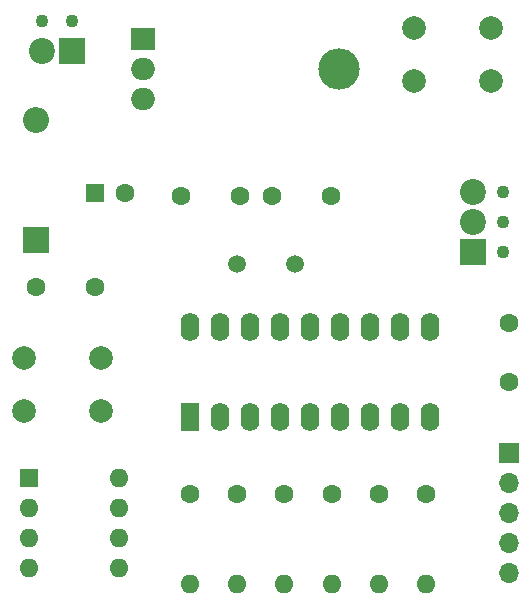
<source format=gbr>
%TF.GenerationSoftware,KiCad,Pcbnew,(5.1.9)-1*%
%TF.CreationDate,2021-08-22T03:34:57+05:30*%
%TF.ProjectId,G18_TRANSMITTER_laser_communication_system,4731385f-5452-4414-9e53-4d4954544552,rev?*%
%TF.SameCoordinates,Original*%
%TF.FileFunction,Soldermask,Top*%
%TF.FilePolarity,Negative*%
%FSLAX46Y46*%
G04 Gerber Fmt 4.6, Leading zero omitted, Abs format (unit mm)*
G04 Created by KiCad (PCBNEW (5.1.9)-1) date 2021-08-22 03:34:57*
%MOMM*%
%LPD*%
G01*
G04 APERTURE LIST*
%ADD10O,1.700000X1.700000*%
%ADD11R,1.700000X1.700000*%
%ADD12C,1.600000*%
%ADD13R,1.600000X1.600000*%
%ADD14R,2.200000X2.200000*%
%ADD15O,2.200000X2.200000*%
%ADD16C,1.100000*%
%ADD17C,2.200000*%
%ADD18O,1.600000X1.600000*%
%ADD19C,2.000000*%
%ADD20O,3.500000X3.500000*%
%ADD21R,2.000000X1.905000*%
%ADD22O,2.000000X1.905000*%
%ADD23R,1.600000X2.400000*%
%ADD24O,1.600000X2.400000*%
%ADD25C,1.500000*%
G04 APERTURE END LIST*
D10*
%TO.C,ICSP*%
X116000000Y-113160000D03*
X116000000Y-110620000D03*
X116000000Y-108080000D03*
X116000000Y-105540000D03*
D11*
X116000000Y-103000000D03*
%TD*%
D12*
%TO.C,C5*%
X81000000Y-89000000D03*
X76000000Y-89000000D03*
%TD*%
D13*
%TO.C,C1*%
X81000000Y-81000000D03*
D12*
X83500000Y-81000000D03*
%TD*%
%TO.C,C2*%
X116000000Y-97000000D03*
X116000000Y-92000000D03*
%TD*%
%TO.C,C3*%
X93278000Y-81236000D03*
X88278000Y-81236000D03*
%TD*%
%TO.C,C4*%
X100978000Y-81236000D03*
X95978000Y-81236000D03*
%TD*%
D14*
%TO.C,D1*%
X76000000Y-85000000D03*
D15*
X76000000Y-74840000D03*
%TD*%
D14*
%TO.C,J1*%
X79000000Y-69000000D03*
D16*
X79000000Y-66460000D03*
D17*
X76460000Y-69000000D03*
D16*
X76460000Y-66460000D03*
%TD*%
D14*
%TO.C,J2*%
X113000000Y-86000000D03*
D16*
X115540000Y-86000000D03*
D17*
X113000000Y-83460000D03*
D16*
X115540000Y-83460000D03*
D17*
X113000000Y-80920000D03*
D16*
X115540000Y-80920000D03*
%TD*%
D18*
%TO.C,R1*%
X109000000Y-114120000D03*
D12*
X109000000Y-106500000D03*
%TD*%
D18*
%TO.C,R2*%
X105000000Y-114120000D03*
D12*
X105000000Y-106500000D03*
%TD*%
%TO.C,R3*%
X101000000Y-106500000D03*
D18*
X101000000Y-114120000D03*
%TD*%
%TO.C,R4*%
X97000000Y-114120000D03*
D12*
X97000000Y-106500000D03*
%TD*%
%TO.C,R5*%
X93000000Y-106500000D03*
D18*
X93000000Y-114120000D03*
%TD*%
D12*
%TO.C,R6*%
X89000000Y-106500000D03*
D18*
X89000000Y-114120000D03*
%TD*%
D19*
%TO.C,SW1*%
X75000000Y-99500000D03*
X75000000Y-95000000D03*
X81500000Y-99500000D03*
X81500000Y-95000000D03*
%TD*%
D13*
%TO.C,SW2*%
X75406000Y-105124000D03*
D18*
X83026000Y-112744000D03*
X75406000Y-107664000D03*
X83026000Y-110204000D03*
X75406000Y-110204000D03*
X83026000Y-107664000D03*
X75406000Y-112744000D03*
X83026000Y-105124000D03*
%TD*%
D19*
%TO.C,SW3*%
X114500000Y-67000000D03*
X114500000Y-71500000D03*
X108000000Y-67000000D03*
X108000000Y-71500000D03*
%TD*%
D20*
%TO.C,U1*%
X101660000Y-70540000D03*
D21*
X85000000Y-68000000D03*
D22*
X85000000Y-70540000D03*
X85000000Y-73080000D03*
%TD*%
D23*
%TO.C,U2*%
X89000000Y-100000000D03*
D24*
X109320000Y-92380000D03*
X91540000Y-100000000D03*
X106780000Y-92380000D03*
X94080000Y-100000000D03*
X104240000Y-92380000D03*
X96620000Y-100000000D03*
X101700000Y-92380000D03*
X99160000Y-100000000D03*
X99160000Y-92380000D03*
X101700000Y-100000000D03*
X96620000Y-92380000D03*
X104240000Y-100000000D03*
X94080000Y-92380000D03*
X106780000Y-100000000D03*
X91540000Y-92380000D03*
X109320000Y-100000000D03*
X89000000Y-92380000D03*
%TD*%
D25*
%TO.C,Y1*%
X93000000Y-87000000D03*
X97900000Y-87000000D03*
%TD*%
M02*

</source>
